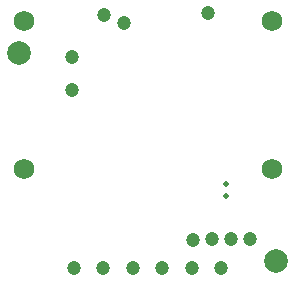
<source format=gbs>
G04*
G04 #@! TF.GenerationSoftware,Altium Limited,Altium Designer,20.0.13 (296)*
G04*
G04 Layer_Color=16711935*
%FSLAX44Y44*%
%MOMM*%
G71*
G01*
G75*
%ADD49C,2.0000*%
%ADD50C,1.7272*%
%ADD51C,0.5032*%
%ADD65C,1.2032*%
D49*
X-109000Y72000D02*
D03*
X109000Y-104000D02*
D03*
D50*
X105000Y-25690D02*
D03*
X-105000Y99310D02*
D03*
X105000D02*
D03*
X-105000Y-25690D02*
D03*
D51*
X66500Y-48500D02*
D03*
Y-38500D02*
D03*
D65*
X71000Y-85250D02*
D03*
X51500Y105750D02*
D03*
X-20000Y97750D02*
D03*
X-36750Y104250D02*
D03*
X87000Y-85000D02*
D03*
X-63750Y40750D02*
D03*
X-63750Y68750D02*
D03*
X38250Y-85750D02*
D03*
X54750Y-85500D02*
D03*
X37500Y-110000D02*
D03*
X12500D02*
D03*
X-12500D02*
D03*
X-37500D02*
D03*
X-62500D02*
D03*
X62500D02*
D03*
M02*

</source>
